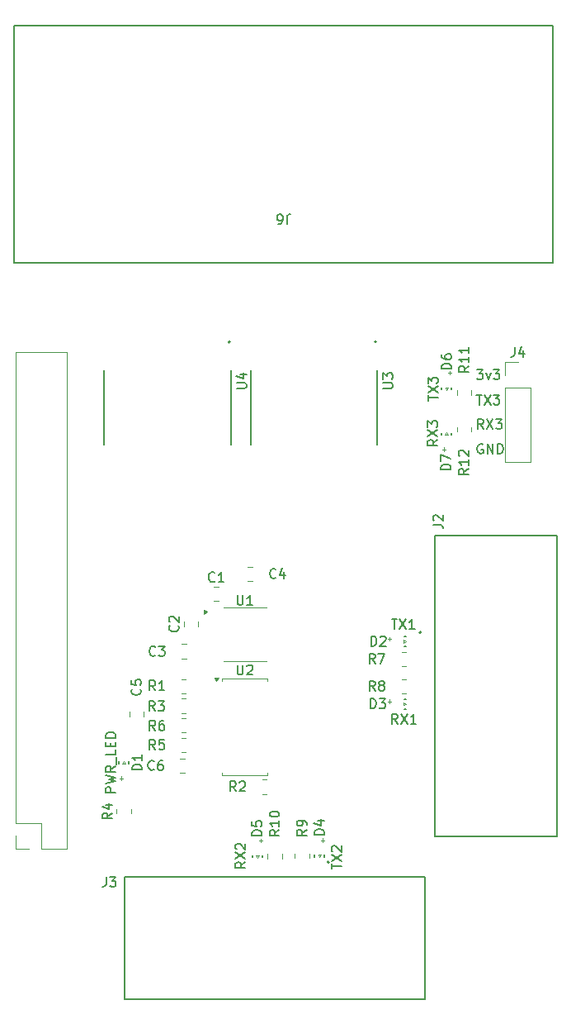
<source format=gbr>
%TF.GenerationSoftware,KiCad,Pcbnew,9.0.0*%
%TF.CreationDate,2025-03-08T15:00:36-07:00*%
%TF.ProjectId,Senior Capstone,53656e69-6f72-4204-9361-7073746f6e65,rev?*%
%TF.SameCoordinates,Original*%
%TF.FileFunction,Legend,Top*%
%TF.FilePolarity,Positive*%
%FSLAX46Y46*%
G04 Gerber Fmt 4.6, Leading zero omitted, Abs format (unit mm)*
G04 Created by KiCad (PCBNEW 9.0.0) date 2025-03-08 15:00:36*
%MOMM*%
%LPD*%
G01*
G04 APERTURE LIST*
%ADD10C,0.150000*%
%ADD11C,0.120000*%
%ADD12C,0.152400*%
%ADD13C,0.200000*%
%ADD14C,0.100000*%
%ADD15C,0.127000*%
G04 APERTURE END LIST*
D10*
X91090588Y-77797438D02*
X90995350Y-77749819D01*
X90995350Y-77749819D02*
X90852493Y-77749819D01*
X90852493Y-77749819D02*
X90709636Y-77797438D01*
X90709636Y-77797438D02*
X90614398Y-77892676D01*
X90614398Y-77892676D02*
X90566779Y-77987914D01*
X90566779Y-77987914D02*
X90519160Y-78178390D01*
X90519160Y-78178390D02*
X90519160Y-78321247D01*
X90519160Y-78321247D02*
X90566779Y-78511723D01*
X90566779Y-78511723D02*
X90614398Y-78606961D01*
X90614398Y-78606961D02*
X90709636Y-78702200D01*
X90709636Y-78702200D02*
X90852493Y-78749819D01*
X90852493Y-78749819D02*
X90947731Y-78749819D01*
X90947731Y-78749819D02*
X91090588Y-78702200D01*
X91090588Y-78702200D02*
X91138207Y-78654580D01*
X91138207Y-78654580D02*
X91138207Y-78321247D01*
X91138207Y-78321247D02*
X90947731Y-78321247D01*
X91566779Y-78749819D02*
X91566779Y-77749819D01*
X91566779Y-77749819D02*
X92138207Y-78749819D01*
X92138207Y-78749819D02*
X92138207Y-77749819D01*
X92614398Y-78749819D02*
X92614398Y-77749819D01*
X92614398Y-77749819D02*
X92852493Y-77749819D01*
X92852493Y-77749819D02*
X92995350Y-77797438D01*
X92995350Y-77797438D02*
X93090588Y-77892676D01*
X93090588Y-77892676D02*
X93138207Y-77987914D01*
X93138207Y-77987914D02*
X93185826Y-78178390D01*
X93185826Y-78178390D02*
X93185826Y-78321247D01*
X93185826Y-78321247D02*
X93138207Y-78511723D01*
X93138207Y-78511723D02*
X93090588Y-78606961D01*
X93090588Y-78606961D02*
X92995350Y-78702200D01*
X92995350Y-78702200D02*
X92852493Y-78749819D01*
X92852493Y-78749819D02*
X92614398Y-78749819D01*
X66719819Y-120591792D02*
X66243628Y-120925125D01*
X66719819Y-121163220D02*
X65719819Y-121163220D01*
X65719819Y-121163220D02*
X65719819Y-120782268D01*
X65719819Y-120782268D02*
X65767438Y-120687030D01*
X65767438Y-120687030D02*
X65815057Y-120639411D01*
X65815057Y-120639411D02*
X65910295Y-120591792D01*
X65910295Y-120591792D02*
X66053152Y-120591792D01*
X66053152Y-120591792D02*
X66148390Y-120639411D01*
X66148390Y-120639411D02*
X66196009Y-120687030D01*
X66196009Y-120687030D02*
X66243628Y-120782268D01*
X66243628Y-120782268D02*
X66243628Y-121163220D01*
X65719819Y-120258458D02*
X66719819Y-119591792D01*
X65719819Y-119591792D02*
X66719819Y-120258458D01*
X65815057Y-119258458D02*
X65767438Y-119210839D01*
X65767438Y-119210839D02*
X65719819Y-119115601D01*
X65719819Y-119115601D02*
X65719819Y-118877506D01*
X65719819Y-118877506D02*
X65767438Y-118782268D01*
X65767438Y-118782268D02*
X65815057Y-118734649D01*
X65815057Y-118734649D02*
X65910295Y-118687030D01*
X65910295Y-118687030D02*
X66005533Y-118687030D01*
X66005533Y-118687030D02*
X66148390Y-118734649D01*
X66148390Y-118734649D02*
X66719819Y-119306077D01*
X66719819Y-119306077D02*
X66719819Y-118687030D01*
X86449819Y-77321792D02*
X85973628Y-77655125D01*
X86449819Y-77893220D02*
X85449819Y-77893220D01*
X85449819Y-77893220D02*
X85449819Y-77512268D01*
X85449819Y-77512268D02*
X85497438Y-77417030D01*
X85497438Y-77417030D02*
X85545057Y-77369411D01*
X85545057Y-77369411D02*
X85640295Y-77321792D01*
X85640295Y-77321792D02*
X85783152Y-77321792D01*
X85783152Y-77321792D02*
X85878390Y-77369411D01*
X85878390Y-77369411D02*
X85926009Y-77417030D01*
X85926009Y-77417030D02*
X85973628Y-77512268D01*
X85973628Y-77512268D02*
X85973628Y-77893220D01*
X85449819Y-76988458D02*
X86449819Y-76321792D01*
X85449819Y-76321792D02*
X86449819Y-76988458D01*
X85449819Y-76036077D02*
X85449819Y-75417030D01*
X85449819Y-75417030D02*
X85830771Y-75750363D01*
X85830771Y-75750363D02*
X85830771Y-75607506D01*
X85830771Y-75607506D02*
X85878390Y-75512268D01*
X85878390Y-75512268D02*
X85926009Y-75464649D01*
X85926009Y-75464649D02*
X86021247Y-75417030D01*
X86021247Y-75417030D02*
X86259342Y-75417030D01*
X86259342Y-75417030D02*
X86354580Y-75464649D01*
X86354580Y-75464649D02*
X86402200Y-75512268D01*
X86402200Y-75512268D02*
X86449819Y-75607506D01*
X86449819Y-75607506D02*
X86449819Y-75893220D01*
X86449819Y-75893220D02*
X86402200Y-75988458D01*
X86402200Y-75988458D02*
X86354580Y-76036077D01*
X75569819Y-121306077D02*
X75569819Y-120734649D01*
X76569819Y-121020363D02*
X75569819Y-121020363D01*
X75569819Y-120496553D02*
X76569819Y-119829887D01*
X75569819Y-119829887D02*
X76569819Y-120496553D01*
X75665057Y-119496553D02*
X75617438Y-119448934D01*
X75617438Y-119448934D02*
X75569819Y-119353696D01*
X75569819Y-119353696D02*
X75569819Y-119115601D01*
X75569819Y-119115601D02*
X75617438Y-119020363D01*
X75617438Y-119020363D02*
X75665057Y-118972744D01*
X75665057Y-118972744D02*
X75760295Y-118925125D01*
X75760295Y-118925125D02*
X75855533Y-118925125D01*
X75855533Y-118925125D02*
X75998390Y-118972744D01*
X75998390Y-118972744D02*
X76569819Y-119544172D01*
X76569819Y-119544172D02*
X76569819Y-118925125D01*
X82358207Y-106419819D02*
X82024874Y-105943628D01*
X81786779Y-106419819D02*
X81786779Y-105419819D01*
X81786779Y-105419819D02*
X82167731Y-105419819D01*
X82167731Y-105419819D02*
X82262969Y-105467438D01*
X82262969Y-105467438D02*
X82310588Y-105515057D01*
X82310588Y-105515057D02*
X82358207Y-105610295D01*
X82358207Y-105610295D02*
X82358207Y-105753152D01*
X82358207Y-105753152D02*
X82310588Y-105848390D01*
X82310588Y-105848390D02*
X82262969Y-105896009D01*
X82262969Y-105896009D02*
X82167731Y-105943628D01*
X82167731Y-105943628D02*
X81786779Y-105943628D01*
X82691541Y-105419819D02*
X83358207Y-106419819D01*
X83358207Y-105419819D02*
X82691541Y-106419819D01*
X84262969Y-106419819D02*
X83691541Y-106419819D01*
X83977255Y-106419819D02*
X83977255Y-105419819D01*
X83977255Y-105419819D02*
X83882017Y-105562676D01*
X83882017Y-105562676D02*
X83786779Y-105657914D01*
X83786779Y-105657914D02*
X83691541Y-105705533D01*
X90471541Y-70129819D02*
X91090588Y-70129819D01*
X91090588Y-70129819D02*
X90757255Y-70510771D01*
X90757255Y-70510771D02*
X90900112Y-70510771D01*
X90900112Y-70510771D02*
X90995350Y-70558390D01*
X90995350Y-70558390D02*
X91042969Y-70606009D01*
X91042969Y-70606009D02*
X91090588Y-70701247D01*
X91090588Y-70701247D02*
X91090588Y-70939342D01*
X91090588Y-70939342D02*
X91042969Y-71034580D01*
X91042969Y-71034580D02*
X90995350Y-71082200D01*
X90995350Y-71082200D02*
X90900112Y-71129819D01*
X90900112Y-71129819D02*
X90614398Y-71129819D01*
X90614398Y-71129819D02*
X90519160Y-71082200D01*
X90519160Y-71082200D02*
X90471541Y-71034580D01*
X91423922Y-70463152D02*
X91662017Y-71129819D01*
X91662017Y-71129819D02*
X91900112Y-70463152D01*
X92185827Y-70129819D02*
X92804874Y-70129819D01*
X92804874Y-70129819D02*
X92471541Y-70510771D01*
X92471541Y-70510771D02*
X92614398Y-70510771D01*
X92614398Y-70510771D02*
X92709636Y-70558390D01*
X92709636Y-70558390D02*
X92757255Y-70606009D01*
X92757255Y-70606009D02*
X92804874Y-70701247D01*
X92804874Y-70701247D02*
X92804874Y-70939342D01*
X92804874Y-70939342D02*
X92757255Y-71034580D01*
X92757255Y-71034580D02*
X92709636Y-71082200D01*
X92709636Y-71082200D02*
X92614398Y-71129819D01*
X92614398Y-71129819D02*
X92328684Y-71129819D01*
X92328684Y-71129819D02*
X92233446Y-71082200D01*
X92233446Y-71082200D02*
X92185827Y-71034580D01*
X91138207Y-76209819D02*
X90804874Y-75733628D01*
X90566779Y-76209819D02*
X90566779Y-75209819D01*
X90566779Y-75209819D02*
X90947731Y-75209819D01*
X90947731Y-75209819D02*
X91042969Y-75257438D01*
X91042969Y-75257438D02*
X91090588Y-75305057D01*
X91090588Y-75305057D02*
X91138207Y-75400295D01*
X91138207Y-75400295D02*
X91138207Y-75543152D01*
X91138207Y-75543152D02*
X91090588Y-75638390D01*
X91090588Y-75638390D02*
X91042969Y-75686009D01*
X91042969Y-75686009D02*
X90947731Y-75733628D01*
X90947731Y-75733628D02*
X90566779Y-75733628D01*
X91471541Y-75209819D02*
X92138207Y-76209819D01*
X92138207Y-75209819D02*
X91471541Y-76209819D01*
X92423922Y-75209819D02*
X93042969Y-75209819D01*
X93042969Y-75209819D02*
X92709636Y-75590771D01*
X92709636Y-75590771D02*
X92852493Y-75590771D01*
X92852493Y-75590771D02*
X92947731Y-75638390D01*
X92947731Y-75638390D02*
X92995350Y-75686009D01*
X92995350Y-75686009D02*
X93042969Y-75781247D01*
X93042969Y-75781247D02*
X93042969Y-76019342D01*
X93042969Y-76019342D02*
X92995350Y-76114580D01*
X92995350Y-76114580D02*
X92947731Y-76162200D01*
X92947731Y-76162200D02*
X92852493Y-76209819D01*
X92852493Y-76209819D02*
X92566779Y-76209819D01*
X92566779Y-76209819D02*
X92471541Y-76162200D01*
X92471541Y-76162200D02*
X92423922Y-76114580D01*
X90423922Y-72736275D02*
X90995350Y-72736275D01*
X90709636Y-73736275D02*
X90709636Y-72736275D01*
X91233446Y-72736275D02*
X91900112Y-73736275D01*
X91900112Y-72736275D02*
X91233446Y-73736275D01*
X92185827Y-72736275D02*
X92804874Y-72736275D01*
X92804874Y-72736275D02*
X92471541Y-73117227D01*
X92471541Y-73117227D02*
X92614398Y-73117227D01*
X92614398Y-73117227D02*
X92709636Y-73164846D01*
X92709636Y-73164846D02*
X92757255Y-73212465D01*
X92757255Y-73212465D02*
X92804874Y-73307703D01*
X92804874Y-73307703D02*
X92804874Y-73545798D01*
X92804874Y-73545798D02*
X92757255Y-73641036D01*
X92757255Y-73641036D02*
X92709636Y-73688656D01*
X92709636Y-73688656D02*
X92614398Y-73736275D01*
X92614398Y-73736275D02*
X92328684Y-73736275D01*
X92328684Y-73736275D02*
X92233446Y-73688656D01*
X92233446Y-73688656D02*
X92185827Y-73641036D01*
X81743922Y-95719819D02*
X82315350Y-95719819D01*
X82029636Y-96719819D02*
X82029636Y-95719819D01*
X82553446Y-95719819D02*
X83220112Y-96719819D01*
X83220112Y-95719819D02*
X82553446Y-96719819D01*
X84124874Y-96719819D02*
X83553446Y-96719819D01*
X83839160Y-96719819D02*
X83839160Y-95719819D01*
X83839160Y-95719819D02*
X83743922Y-95862676D01*
X83743922Y-95862676D02*
X83648684Y-95957914D01*
X83648684Y-95957914D02*
X83553446Y-96005533D01*
X85469819Y-73326077D02*
X85469819Y-72754649D01*
X86469819Y-73040363D02*
X85469819Y-73040363D01*
X85469819Y-72516553D02*
X86469819Y-71849887D01*
X85469819Y-71849887D02*
X86469819Y-72516553D01*
X85469819Y-71564172D02*
X85469819Y-70945125D01*
X85469819Y-70945125D02*
X85850771Y-71278458D01*
X85850771Y-71278458D02*
X85850771Y-71135601D01*
X85850771Y-71135601D02*
X85898390Y-71040363D01*
X85898390Y-71040363D02*
X85946009Y-70992744D01*
X85946009Y-70992744D02*
X86041247Y-70945125D01*
X86041247Y-70945125D02*
X86279342Y-70945125D01*
X86279342Y-70945125D02*
X86374580Y-70992744D01*
X86374580Y-70992744D02*
X86422200Y-71040363D01*
X86422200Y-71040363D02*
X86469819Y-71135601D01*
X86469819Y-71135601D02*
X86469819Y-71421315D01*
X86469819Y-71421315D02*
X86422200Y-71516553D01*
X86422200Y-71516553D02*
X86374580Y-71564172D01*
X70978433Y-55250181D02*
X70978433Y-54535896D01*
X70978433Y-54535896D02*
X71026052Y-54393039D01*
X71026052Y-54393039D02*
X71121290Y-54297801D01*
X71121290Y-54297801D02*
X71264147Y-54250181D01*
X71264147Y-54250181D02*
X71359385Y-54250181D01*
X70073671Y-55250181D02*
X70264147Y-55250181D01*
X70264147Y-55250181D02*
X70359385Y-55202562D01*
X70359385Y-55202562D02*
X70407004Y-55154943D01*
X70407004Y-55154943D02*
X70502242Y-55012086D01*
X70502242Y-55012086D02*
X70549861Y-54821610D01*
X70549861Y-54821610D02*
X70549861Y-54440658D01*
X70549861Y-54440658D02*
X70502242Y-54345420D01*
X70502242Y-54345420D02*
X70454623Y-54297801D01*
X70454623Y-54297801D02*
X70359385Y-54250181D01*
X70359385Y-54250181D02*
X70168909Y-54250181D01*
X70168909Y-54250181D02*
X70073671Y-54297801D01*
X70073671Y-54297801D02*
X70026052Y-54345420D01*
X70026052Y-54345420D02*
X69978433Y-54440658D01*
X69978433Y-54440658D02*
X69978433Y-54678753D01*
X69978433Y-54678753D02*
X70026052Y-54773991D01*
X70026052Y-54773991D02*
X70073671Y-54821610D01*
X70073671Y-54821610D02*
X70168909Y-54869229D01*
X70168909Y-54869229D02*
X70359385Y-54869229D01*
X70359385Y-54869229D02*
X70454623Y-54821610D01*
X70454623Y-54821610D02*
X70502242Y-54773991D01*
X70502242Y-54773991D02*
X70549861Y-54678753D01*
X57358333Y-111084580D02*
X57310714Y-111132200D01*
X57310714Y-111132200D02*
X57167857Y-111179819D01*
X57167857Y-111179819D02*
X57072619Y-111179819D01*
X57072619Y-111179819D02*
X56929762Y-111132200D01*
X56929762Y-111132200D02*
X56834524Y-111036961D01*
X56834524Y-111036961D02*
X56786905Y-110941723D01*
X56786905Y-110941723D02*
X56739286Y-110751247D01*
X56739286Y-110751247D02*
X56739286Y-110608390D01*
X56739286Y-110608390D02*
X56786905Y-110417914D01*
X56786905Y-110417914D02*
X56834524Y-110322676D01*
X56834524Y-110322676D02*
X56929762Y-110227438D01*
X56929762Y-110227438D02*
X57072619Y-110179819D01*
X57072619Y-110179819D02*
X57167857Y-110179819D01*
X57167857Y-110179819D02*
X57310714Y-110227438D01*
X57310714Y-110227438D02*
X57358333Y-110275057D01*
X58215476Y-110179819D02*
X58025000Y-110179819D01*
X58025000Y-110179819D02*
X57929762Y-110227438D01*
X57929762Y-110227438D02*
X57882143Y-110275057D01*
X57882143Y-110275057D02*
X57786905Y-110417914D01*
X57786905Y-110417914D02*
X57739286Y-110608390D01*
X57739286Y-110608390D02*
X57739286Y-110989342D01*
X57739286Y-110989342D02*
X57786905Y-111084580D01*
X57786905Y-111084580D02*
X57834524Y-111132200D01*
X57834524Y-111132200D02*
X57929762Y-111179819D01*
X57929762Y-111179819D02*
X58120238Y-111179819D01*
X58120238Y-111179819D02*
X58215476Y-111132200D01*
X58215476Y-111132200D02*
X58263095Y-111084580D01*
X58263095Y-111084580D02*
X58310714Y-110989342D01*
X58310714Y-110989342D02*
X58310714Y-110751247D01*
X58310714Y-110751247D02*
X58263095Y-110656009D01*
X58263095Y-110656009D02*
X58215476Y-110608390D01*
X58215476Y-110608390D02*
X58120238Y-110560771D01*
X58120238Y-110560771D02*
X57929762Y-110560771D01*
X57929762Y-110560771D02*
X57834524Y-110608390D01*
X57834524Y-110608390D02*
X57786905Y-110656009D01*
X57786905Y-110656009D02*
X57739286Y-110751247D01*
X57483333Y-109054819D02*
X57150000Y-108578628D01*
X56911905Y-109054819D02*
X56911905Y-108054819D01*
X56911905Y-108054819D02*
X57292857Y-108054819D01*
X57292857Y-108054819D02*
X57388095Y-108102438D01*
X57388095Y-108102438D02*
X57435714Y-108150057D01*
X57435714Y-108150057D02*
X57483333Y-108245295D01*
X57483333Y-108245295D02*
X57483333Y-108388152D01*
X57483333Y-108388152D02*
X57435714Y-108483390D01*
X57435714Y-108483390D02*
X57388095Y-108531009D01*
X57388095Y-108531009D02*
X57292857Y-108578628D01*
X57292857Y-108578628D02*
X56911905Y-108578628D01*
X58388095Y-108054819D02*
X57911905Y-108054819D01*
X57911905Y-108054819D02*
X57864286Y-108531009D01*
X57864286Y-108531009D02*
X57911905Y-108483390D01*
X57911905Y-108483390D02*
X58007143Y-108435771D01*
X58007143Y-108435771D02*
X58245238Y-108435771D01*
X58245238Y-108435771D02*
X58340476Y-108483390D01*
X58340476Y-108483390D02*
X58388095Y-108531009D01*
X58388095Y-108531009D02*
X58435714Y-108626247D01*
X58435714Y-108626247D02*
X58435714Y-108864342D01*
X58435714Y-108864342D02*
X58388095Y-108959580D01*
X58388095Y-108959580D02*
X58340476Y-109007200D01*
X58340476Y-109007200D02*
X58245238Y-109054819D01*
X58245238Y-109054819D02*
X58007143Y-109054819D01*
X58007143Y-109054819D02*
X57911905Y-109007200D01*
X57911905Y-109007200D02*
X57864286Y-108959580D01*
X65758333Y-113329819D02*
X65425000Y-112853628D01*
X65186905Y-113329819D02*
X65186905Y-112329819D01*
X65186905Y-112329819D02*
X65567857Y-112329819D01*
X65567857Y-112329819D02*
X65663095Y-112377438D01*
X65663095Y-112377438D02*
X65710714Y-112425057D01*
X65710714Y-112425057D02*
X65758333Y-112520295D01*
X65758333Y-112520295D02*
X65758333Y-112663152D01*
X65758333Y-112663152D02*
X65710714Y-112758390D01*
X65710714Y-112758390D02*
X65663095Y-112806009D01*
X65663095Y-112806009D02*
X65567857Y-112853628D01*
X65567857Y-112853628D02*
X65186905Y-112853628D01*
X66139286Y-112425057D02*
X66186905Y-112377438D01*
X66186905Y-112377438D02*
X66282143Y-112329819D01*
X66282143Y-112329819D02*
X66520238Y-112329819D01*
X66520238Y-112329819D02*
X66615476Y-112377438D01*
X66615476Y-112377438D02*
X66663095Y-112425057D01*
X66663095Y-112425057D02*
X66710714Y-112520295D01*
X66710714Y-112520295D02*
X66710714Y-112615533D01*
X66710714Y-112615533D02*
X66663095Y-112758390D01*
X66663095Y-112758390D02*
X66091667Y-113329819D01*
X66091667Y-113329819D02*
X66710714Y-113329819D01*
X63583333Y-91804580D02*
X63535714Y-91852200D01*
X63535714Y-91852200D02*
X63392857Y-91899819D01*
X63392857Y-91899819D02*
X63297619Y-91899819D01*
X63297619Y-91899819D02*
X63154762Y-91852200D01*
X63154762Y-91852200D02*
X63059524Y-91756961D01*
X63059524Y-91756961D02*
X63011905Y-91661723D01*
X63011905Y-91661723D02*
X62964286Y-91471247D01*
X62964286Y-91471247D02*
X62964286Y-91328390D01*
X62964286Y-91328390D02*
X63011905Y-91137914D01*
X63011905Y-91137914D02*
X63059524Y-91042676D01*
X63059524Y-91042676D02*
X63154762Y-90947438D01*
X63154762Y-90947438D02*
X63297619Y-90899819D01*
X63297619Y-90899819D02*
X63392857Y-90899819D01*
X63392857Y-90899819D02*
X63535714Y-90947438D01*
X63535714Y-90947438D02*
X63583333Y-90995057D01*
X64535714Y-91899819D02*
X63964286Y-91899819D01*
X64250000Y-91899819D02*
X64250000Y-90899819D01*
X64250000Y-90899819D02*
X64154762Y-91042676D01*
X64154762Y-91042676D02*
X64059524Y-91137914D01*
X64059524Y-91137914D02*
X63964286Y-91185533D01*
X57433333Y-105104819D02*
X57100000Y-104628628D01*
X56861905Y-105104819D02*
X56861905Y-104104819D01*
X56861905Y-104104819D02*
X57242857Y-104104819D01*
X57242857Y-104104819D02*
X57338095Y-104152438D01*
X57338095Y-104152438D02*
X57385714Y-104200057D01*
X57385714Y-104200057D02*
X57433333Y-104295295D01*
X57433333Y-104295295D02*
X57433333Y-104438152D01*
X57433333Y-104438152D02*
X57385714Y-104533390D01*
X57385714Y-104533390D02*
X57338095Y-104581009D01*
X57338095Y-104581009D02*
X57242857Y-104628628D01*
X57242857Y-104628628D02*
X56861905Y-104628628D01*
X57766667Y-104104819D02*
X58385714Y-104104819D01*
X58385714Y-104104819D02*
X58052381Y-104485771D01*
X58052381Y-104485771D02*
X58195238Y-104485771D01*
X58195238Y-104485771D02*
X58290476Y-104533390D01*
X58290476Y-104533390D02*
X58338095Y-104581009D01*
X58338095Y-104581009D02*
X58385714Y-104676247D01*
X58385714Y-104676247D02*
X58385714Y-104914342D01*
X58385714Y-104914342D02*
X58338095Y-105009580D01*
X58338095Y-105009580D02*
X58290476Y-105057200D01*
X58290476Y-105057200D02*
X58195238Y-105104819D01*
X58195238Y-105104819D02*
X57909524Y-105104819D01*
X57909524Y-105104819D02*
X57814286Y-105057200D01*
X57814286Y-105057200D02*
X57766667Y-105009580D01*
X65900595Y-100404819D02*
X65900595Y-101214342D01*
X65900595Y-101214342D02*
X65948214Y-101309580D01*
X65948214Y-101309580D02*
X65995833Y-101357200D01*
X65995833Y-101357200D02*
X66091071Y-101404819D01*
X66091071Y-101404819D02*
X66281547Y-101404819D01*
X66281547Y-101404819D02*
X66376785Y-101357200D01*
X66376785Y-101357200D02*
X66424404Y-101309580D01*
X66424404Y-101309580D02*
X66472023Y-101214342D01*
X66472023Y-101214342D02*
X66472023Y-100404819D01*
X66900595Y-100500057D02*
X66948214Y-100452438D01*
X66948214Y-100452438D02*
X67043452Y-100404819D01*
X67043452Y-100404819D02*
X67281547Y-100404819D01*
X67281547Y-100404819D02*
X67376785Y-100452438D01*
X67376785Y-100452438D02*
X67424404Y-100500057D01*
X67424404Y-100500057D02*
X67472023Y-100595295D01*
X67472023Y-100595295D02*
X67472023Y-100690533D01*
X67472023Y-100690533D02*
X67424404Y-100833390D01*
X67424404Y-100833390D02*
X66852976Y-101404819D01*
X66852976Y-101404819D02*
X67472023Y-101404819D01*
X69858333Y-91434580D02*
X69810714Y-91482200D01*
X69810714Y-91482200D02*
X69667857Y-91529819D01*
X69667857Y-91529819D02*
X69572619Y-91529819D01*
X69572619Y-91529819D02*
X69429762Y-91482200D01*
X69429762Y-91482200D02*
X69334524Y-91386961D01*
X69334524Y-91386961D02*
X69286905Y-91291723D01*
X69286905Y-91291723D02*
X69239286Y-91101247D01*
X69239286Y-91101247D02*
X69239286Y-90958390D01*
X69239286Y-90958390D02*
X69286905Y-90767914D01*
X69286905Y-90767914D02*
X69334524Y-90672676D01*
X69334524Y-90672676D02*
X69429762Y-90577438D01*
X69429762Y-90577438D02*
X69572619Y-90529819D01*
X69572619Y-90529819D02*
X69667857Y-90529819D01*
X69667857Y-90529819D02*
X69810714Y-90577438D01*
X69810714Y-90577438D02*
X69858333Y-90625057D01*
X70715476Y-90863152D02*
X70715476Y-91529819D01*
X70477381Y-90482200D02*
X70239286Y-91196485D01*
X70239286Y-91196485D02*
X70858333Y-91196485D01*
X57495833Y-99384580D02*
X57448214Y-99432200D01*
X57448214Y-99432200D02*
X57305357Y-99479819D01*
X57305357Y-99479819D02*
X57210119Y-99479819D01*
X57210119Y-99479819D02*
X57067262Y-99432200D01*
X57067262Y-99432200D02*
X56972024Y-99336961D01*
X56972024Y-99336961D02*
X56924405Y-99241723D01*
X56924405Y-99241723D02*
X56876786Y-99051247D01*
X56876786Y-99051247D02*
X56876786Y-98908390D01*
X56876786Y-98908390D02*
X56924405Y-98717914D01*
X56924405Y-98717914D02*
X56972024Y-98622676D01*
X56972024Y-98622676D02*
X57067262Y-98527438D01*
X57067262Y-98527438D02*
X57210119Y-98479819D01*
X57210119Y-98479819D02*
X57305357Y-98479819D01*
X57305357Y-98479819D02*
X57448214Y-98527438D01*
X57448214Y-98527438D02*
X57495833Y-98575057D01*
X57829167Y-98479819D02*
X58448214Y-98479819D01*
X58448214Y-98479819D02*
X58114881Y-98860771D01*
X58114881Y-98860771D02*
X58257738Y-98860771D01*
X58257738Y-98860771D02*
X58352976Y-98908390D01*
X58352976Y-98908390D02*
X58400595Y-98956009D01*
X58400595Y-98956009D02*
X58448214Y-99051247D01*
X58448214Y-99051247D02*
X58448214Y-99289342D01*
X58448214Y-99289342D02*
X58400595Y-99384580D01*
X58400595Y-99384580D02*
X58352976Y-99432200D01*
X58352976Y-99432200D02*
X58257738Y-99479819D01*
X58257738Y-99479819D02*
X57972024Y-99479819D01*
X57972024Y-99479819D02*
X57876786Y-99432200D01*
X57876786Y-99432200D02*
X57829167Y-99384580D01*
X74804819Y-117788094D02*
X73804819Y-117788094D01*
X73804819Y-117788094D02*
X73804819Y-117549999D01*
X73804819Y-117549999D02*
X73852438Y-117407142D01*
X73852438Y-117407142D02*
X73947676Y-117311904D01*
X73947676Y-117311904D02*
X74042914Y-117264285D01*
X74042914Y-117264285D02*
X74233390Y-117216666D01*
X74233390Y-117216666D02*
X74376247Y-117216666D01*
X74376247Y-117216666D02*
X74566723Y-117264285D01*
X74566723Y-117264285D02*
X74661961Y-117311904D01*
X74661961Y-117311904D02*
X74757200Y-117407142D01*
X74757200Y-117407142D02*
X74804819Y-117549999D01*
X74804819Y-117549999D02*
X74804819Y-117788094D01*
X74138152Y-116359523D02*
X74804819Y-116359523D01*
X73757200Y-116597618D02*
X74471485Y-116835713D01*
X74471485Y-116835713D02*
X74471485Y-116216666D01*
D11*
X74682960Y-118532857D02*
X74682960Y-118167143D01*
X74865817Y-118350000D02*
X74500102Y-118350000D01*
D10*
X85990819Y-86035333D02*
X86705104Y-86035333D01*
X86705104Y-86035333D02*
X86847961Y-86082952D01*
X86847961Y-86082952D02*
X86943200Y-86178190D01*
X86943200Y-86178190D02*
X86990819Y-86321047D01*
X86990819Y-86321047D02*
X86990819Y-86416285D01*
X86086057Y-85606761D02*
X86038438Y-85559142D01*
X86038438Y-85559142D02*
X85990819Y-85463904D01*
X85990819Y-85463904D02*
X85990819Y-85225809D01*
X85990819Y-85225809D02*
X86038438Y-85130571D01*
X86038438Y-85130571D02*
X86086057Y-85082952D01*
X86086057Y-85082952D02*
X86181295Y-85035333D01*
X86181295Y-85035333D02*
X86276533Y-85035333D01*
X86276533Y-85035333D02*
X86419390Y-85082952D01*
X86419390Y-85082952D02*
X86990819Y-85654380D01*
X86990819Y-85654380D02*
X86990819Y-85035333D01*
X94366666Y-67824819D02*
X94366666Y-68539104D01*
X94366666Y-68539104D02*
X94319047Y-68681961D01*
X94319047Y-68681961D02*
X94223809Y-68777200D01*
X94223809Y-68777200D02*
X94080952Y-68824819D01*
X94080952Y-68824819D02*
X93985714Y-68824819D01*
X95271428Y-68158152D02*
X95271428Y-68824819D01*
X95033333Y-67777200D02*
X94795238Y-68491485D01*
X94795238Y-68491485D02*
X95414285Y-68491485D01*
X53054819Y-115566666D02*
X52578628Y-115899999D01*
X53054819Y-116138094D02*
X52054819Y-116138094D01*
X52054819Y-116138094D02*
X52054819Y-115757142D01*
X52054819Y-115757142D02*
X52102438Y-115661904D01*
X52102438Y-115661904D02*
X52150057Y-115614285D01*
X52150057Y-115614285D02*
X52245295Y-115566666D01*
X52245295Y-115566666D02*
X52388152Y-115566666D01*
X52388152Y-115566666D02*
X52483390Y-115614285D01*
X52483390Y-115614285D02*
X52531009Y-115661904D01*
X52531009Y-115661904D02*
X52578628Y-115757142D01*
X52578628Y-115757142D02*
X52578628Y-116138094D01*
X52388152Y-114709523D02*
X53054819Y-114709523D01*
X52007200Y-114947618D02*
X52721485Y-115185713D01*
X52721485Y-115185713D02*
X52721485Y-114566666D01*
X52432416Y-122130819D02*
X52432416Y-122845104D01*
X52432416Y-122845104D02*
X52384797Y-122987961D01*
X52384797Y-122987961D02*
X52289559Y-123083200D01*
X52289559Y-123083200D02*
X52146702Y-123130819D01*
X52146702Y-123130819D02*
X52051464Y-123130819D01*
X52813369Y-122130819D02*
X53432416Y-122130819D01*
X53432416Y-122130819D02*
X53099083Y-122511771D01*
X53099083Y-122511771D02*
X53241940Y-122511771D01*
X53241940Y-122511771D02*
X53337178Y-122559390D01*
X53337178Y-122559390D02*
X53384797Y-122607009D01*
X53384797Y-122607009D02*
X53432416Y-122702247D01*
X53432416Y-122702247D02*
X53432416Y-122940342D01*
X53432416Y-122940342D02*
X53384797Y-123035580D01*
X53384797Y-123035580D02*
X53337178Y-123083200D01*
X53337178Y-123083200D02*
X53241940Y-123130819D01*
X53241940Y-123130819D02*
X52956226Y-123130819D01*
X52956226Y-123130819D02*
X52860988Y-123083200D01*
X52860988Y-123083200D02*
X52813369Y-123035580D01*
X87794819Y-80408094D02*
X86794819Y-80408094D01*
X86794819Y-80408094D02*
X86794819Y-80169999D01*
X86794819Y-80169999D02*
X86842438Y-80027142D01*
X86842438Y-80027142D02*
X86937676Y-79931904D01*
X86937676Y-79931904D02*
X87032914Y-79884285D01*
X87032914Y-79884285D02*
X87223390Y-79836666D01*
X87223390Y-79836666D02*
X87366247Y-79836666D01*
X87366247Y-79836666D02*
X87556723Y-79884285D01*
X87556723Y-79884285D02*
X87651961Y-79931904D01*
X87651961Y-79931904D02*
X87747200Y-80027142D01*
X87747200Y-80027142D02*
X87794819Y-80169999D01*
X87794819Y-80169999D02*
X87794819Y-80408094D01*
X86794819Y-79503332D02*
X86794819Y-78836666D01*
X86794819Y-78836666D02*
X87794819Y-79265237D01*
D11*
X87102960Y-78492857D02*
X87102960Y-78127143D01*
X87285817Y-78310000D02*
X86920102Y-78310000D01*
D10*
X65900595Y-93254819D02*
X65900595Y-94064342D01*
X65900595Y-94064342D02*
X65948214Y-94159580D01*
X65948214Y-94159580D02*
X65995833Y-94207200D01*
X65995833Y-94207200D02*
X66091071Y-94254819D01*
X66091071Y-94254819D02*
X66281547Y-94254819D01*
X66281547Y-94254819D02*
X66376785Y-94207200D01*
X66376785Y-94207200D02*
X66424404Y-94159580D01*
X66424404Y-94159580D02*
X66472023Y-94064342D01*
X66472023Y-94064342D02*
X66472023Y-93254819D01*
X67472023Y-94254819D02*
X66900595Y-94254819D01*
X67186309Y-94254819D02*
X67186309Y-93254819D01*
X67186309Y-93254819D02*
X67091071Y-93397676D01*
X67091071Y-93397676D02*
X66995833Y-93492914D01*
X66995833Y-93492914D02*
X66900595Y-93540533D01*
X79611905Y-98454819D02*
X79611905Y-97454819D01*
X79611905Y-97454819D02*
X79850000Y-97454819D01*
X79850000Y-97454819D02*
X79992857Y-97502438D01*
X79992857Y-97502438D02*
X80088095Y-97597676D01*
X80088095Y-97597676D02*
X80135714Y-97692914D01*
X80135714Y-97692914D02*
X80183333Y-97883390D01*
X80183333Y-97883390D02*
X80183333Y-98026247D01*
X80183333Y-98026247D02*
X80135714Y-98216723D01*
X80135714Y-98216723D02*
X80088095Y-98311961D01*
X80088095Y-98311961D02*
X79992857Y-98407200D01*
X79992857Y-98407200D02*
X79850000Y-98454819D01*
X79850000Y-98454819D02*
X79611905Y-98454819D01*
X80564286Y-97550057D02*
X80611905Y-97502438D01*
X80611905Y-97502438D02*
X80707143Y-97454819D01*
X80707143Y-97454819D02*
X80945238Y-97454819D01*
X80945238Y-97454819D02*
X81040476Y-97502438D01*
X81040476Y-97502438D02*
X81088095Y-97550057D01*
X81088095Y-97550057D02*
X81135714Y-97645295D01*
X81135714Y-97645295D02*
X81135714Y-97740533D01*
X81135714Y-97740533D02*
X81088095Y-97883390D01*
X81088095Y-97883390D02*
X80516667Y-98454819D01*
X80516667Y-98454819D02*
X81135714Y-98454819D01*
D11*
X81317142Y-97732960D02*
X81682857Y-97732960D01*
X81499999Y-97915817D02*
X81499999Y-97550102D01*
D10*
X80839819Y-72076904D02*
X81649342Y-72076904D01*
X81649342Y-72076904D02*
X81744580Y-72029285D01*
X81744580Y-72029285D02*
X81792200Y-71981666D01*
X81792200Y-71981666D02*
X81839819Y-71886428D01*
X81839819Y-71886428D02*
X81839819Y-71695952D01*
X81839819Y-71695952D02*
X81792200Y-71600714D01*
X81792200Y-71600714D02*
X81744580Y-71553095D01*
X81744580Y-71553095D02*
X81649342Y-71505476D01*
X81649342Y-71505476D02*
X80839819Y-71505476D01*
X80839819Y-71124523D02*
X80839819Y-70505476D01*
X80839819Y-70505476D02*
X81220771Y-70838809D01*
X81220771Y-70838809D02*
X81220771Y-70695952D01*
X81220771Y-70695952D02*
X81268390Y-70600714D01*
X81268390Y-70600714D02*
X81316009Y-70553095D01*
X81316009Y-70553095D02*
X81411247Y-70505476D01*
X81411247Y-70505476D02*
X81649342Y-70505476D01*
X81649342Y-70505476D02*
X81744580Y-70553095D01*
X81744580Y-70553095D02*
X81792200Y-70600714D01*
X81792200Y-70600714D02*
X81839819Y-70695952D01*
X81839819Y-70695952D02*
X81839819Y-70981666D01*
X81839819Y-70981666D02*
X81792200Y-71076904D01*
X81792200Y-71076904D02*
X81744580Y-71124523D01*
X89614819Y-80312857D02*
X89138628Y-80646190D01*
X89614819Y-80884285D02*
X88614819Y-80884285D01*
X88614819Y-80884285D02*
X88614819Y-80503333D01*
X88614819Y-80503333D02*
X88662438Y-80408095D01*
X88662438Y-80408095D02*
X88710057Y-80360476D01*
X88710057Y-80360476D02*
X88805295Y-80312857D01*
X88805295Y-80312857D02*
X88948152Y-80312857D01*
X88948152Y-80312857D02*
X89043390Y-80360476D01*
X89043390Y-80360476D02*
X89091009Y-80408095D01*
X89091009Y-80408095D02*
X89138628Y-80503333D01*
X89138628Y-80503333D02*
X89138628Y-80884285D01*
X89614819Y-79360476D02*
X89614819Y-79931904D01*
X89614819Y-79646190D02*
X88614819Y-79646190D01*
X88614819Y-79646190D02*
X88757676Y-79741428D01*
X88757676Y-79741428D02*
X88852914Y-79836666D01*
X88852914Y-79836666D02*
X88900533Y-79931904D01*
X88710057Y-78979523D02*
X88662438Y-78931904D01*
X88662438Y-78931904D02*
X88614819Y-78836666D01*
X88614819Y-78836666D02*
X88614819Y-78598571D01*
X88614819Y-78598571D02*
X88662438Y-78503333D01*
X88662438Y-78503333D02*
X88710057Y-78455714D01*
X88710057Y-78455714D02*
X88805295Y-78408095D01*
X88805295Y-78408095D02*
X88900533Y-78408095D01*
X88900533Y-78408095D02*
X89043390Y-78455714D01*
X89043390Y-78455714D02*
X89614819Y-79027142D01*
X89614819Y-79027142D02*
X89614819Y-78408095D01*
X65839819Y-72076904D02*
X66649342Y-72076904D01*
X66649342Y-72076904D02*
X66744580Y-72029285D01*
X66744580Y-72029285D02*
X66792200Y-71981666D01*
X66792200Y-71981666D02*
X66839819Y-71886428D01*
X66839819Y-71886428D02*
X66839819Y-71695952D01*
X66839819Y-71695952D02*
X66792200Y-71600714D01*
X66792200Y-71600714D02*
X66744580Y-71553095D01*
X66744580Y-71553095D02*
X66649342Y-71505476D01*
X66649342Y-71505476D02*
X65839819Y-71505476D01*
X66173152Y-70600714D02*
X66839819Y-70600714D01*
X65792200Y-70838809D02*
X66506485Y-71076904D01*
X66506485Y-71076904D02*
X66506485Y-70457857D01*
X68404819Y-117888094D02*
X67404819Y-117888094D01*
X67404819Y-117888094D02*
X67404819Y-117649999D01*
X67404819Y-117649999D02*
X67452438Y-117507142D01*
X67452438Y-117507142D02*
X67547676Y-117411904D01*
X67547676Y-117411904D02*
X67642914Y-117364285D01*
X67642914Y-117364285D02*
X67833390Y-117316666D01*
X67833390Y-117316666D02*
X67976247Y-117316666D01*
X67976247Y-117316666D02*
X68166723Y-117364285D01*
X68166723Y-117364285D02*
X68261961Y-117411904D01*
X68261961Y-117411904D02*
X68357200Y-117507142D01*
X68357200Y-117507142D02*
X68404819Y-117649999D01*
X68404819Y-117649999D02*
X68404819Y-117888094D01*
X67404819Y-116411904D02*
X67404819Y-116888094D01*
X67404819Y-116888094D02*
X67881009Y-116935713D01*
X67881009Y-116935713D02*
X67833390Y-116888094D01*
X67833390Y-116888094D02*
X67785771Y-116792856D01*
X67785771Y-116792856D02*
X67785771Y-116554761D01*
X67785771Y-116554761D02*
X67833390Y-116459523D01*
X67833390Y-116459523D02*
X67881009Y-116411904D01*
X67881009Y-116411904D02*
X67976247Y-116364285D01*
X67976247Y-116364285D02*
X68214342Y-116364285D01*
X68214342Y-116364285D02*
X68309580Y-116411904D01*
X68309580Y-116411904D02*
X68357200Y-116459523D01*
X68357200Y-116459523D02*
X68404819Y-116554761D01*
X68404819Y-116554761D02*
X68404819Y-116792856D01*
X68404819Y-116792856D02*
X68357200Y-116888094D01*
X68357200Y-116888094D02*
X68309580Y-116935713D01*
D11*
X68282960Y-118582857D02*
X68282960Y-118217143D01*
X68465817Y-118400000D02*
X68100102Y-118400000D01*
D10*
X57483333Y-107104819D02*
X57150000Y-106628628D01*
X56911905Y-107104819D02*
X56911905Y-106104819D01*
X56911905Y-106104819D02*
X57292857Y-106104819D01*
X57292857Y-106104819D02*
X57388095Y-106152438D01*
X57388095Y-106152438D02*
X57435714Y-106200057D01*
X57435714Y-106200057D02*
X57483333Y-106295295D01*
X57483333Y-106295295D02*
X57483333Y-106438152D01*
X57483333Y-106438152D02*
X57435714Y-106533390D01*
X57435714Y-106533390D02*
X57388095Y-106581009D01*
X57388095Y-106581009D02*
X57292857Y-106628628D01*
X57292857Y-106628628D02*
X56911905Y-106628628D01*
X58340476Y-106104819D02*
X58150000Y-106104819D01*
X58150000Y-106104819D02*
X58054762Y-106152438D01*
X58054762Y-106152438D02*
X58007143Y-106200057D01*
X58007143Y-106200057D02*
X57911905Y-106342914D01*
X57911905Y-106342914D02*
X57864286Y-106533390D01*
X57864286Y-106533390D02*
X57864286Y-106914342D01*
X57864286Y-106914342D02*
X57911905Y-107009580D01*
X57911905Y-107009580D02*
X57959524Y-107057200D01*
X57959524Y-107057200D02*
X58054762Y-107104819D01*
X58054762Y-107104819D02*
X58245238Y-107104819D01*
X58245238Y-107104819D02*
X58340476Y-107057200D01*
X58340476Y-107057200D02*
X58388095Y-107009580D01*
X58388095Y-107009580D02*
X58435714Y-106914342D01*
X58435714Y-106914342D02*
X58435714Y-106676247D01*
X58435714Y-106676247D02*
X58388095Y-106581009D01*
X58388095Y-106581009D02*
X58340476Y-106533390D01*
X58340476Y-106533390D02*
X58245238Y-106485771D01*
X58245238Y-106485771D02*
X58054762Y-106485771D01*
X58054762Y-106485771D02*
X57959524Y-106533390D01*
X57959524Y-106533390D02*
X57911905Y-106581009D01*
X57911905Y-106581009D02*
X57864286Y-106676247D01*
X70204819Y-117292857D02*
X69728628Y-117626190D01*
X70204819Y-117864285D02*
X69204819Y-117864285D01*
X69204819Y-117864285D02*
X69204819Y-117483333D01*
X69204819Y-117483333D02*
X69252438Y-117388095D01*
X69252438Y-117388095D02*
X69300057Y-117340476D01*
X69300057Y-117340476D02*
X69395295Y-117292857D01*
X69395295Y-117292857D02*
X69538152Y-117292857D01*
X69538152Y-117292857D02*
X69633390Y-117340476D01*
X69633390Y-117340476D02*
X69681009Y-117388095D01*
X69681009Y-117388095D02*
X69728628Y-117483333D01*
X69728628Y-117483333D02*
X69728628Y-117864285D01*
X70204819Y-116340476D02*
X70204819Y-116911904D01*
X70204819Y-116626190D02*
X69204819Y-116626190D01*
X69204819Y-116626190D02*
X69347676Y-116721428D01*
X69347676Y-116721428D02*
X69442914Y-116816666D01*
X69442914Y-116816666D02*
X69490533Y-116911904D01*
X69204819Y-115721428D02*
X69204819Y-115626190D01*
X69204819Y-115626190D02*
X69252438Y-115530952D01*
X69252438Y-115530952D02*
X69300057Y-115483333D01*
X69300057Y-115483333D02*
X69395295Y-115435714D01*
X69395295Y-115435714D02*
X69585771Y-115388095D01*
X69585771Y-115388095D02*
X69823866Y-115388095D01*
X69823866Y-115388095D02*
X70014342Y-115435714D01*
X70014342Y-115435714D02*
X70109580Y-115483333D01*
X70109580Y-115483333D02*
X70157200Y-115530952D01*
X70157200Y-115530952D02*
X70204819Y-115626190D01*
X70204819Y-115626190D02*
X70204819Y-115721428D01*
X70204819Y-115721428D02*
X70157200Y-115816666D01*
X70157200Y-115816666D02*
X70109580Y-115864285D01*
X70109580Y-115864285D02*
X70014342Y-115911904D01*
X70014342Y-115911904D02*
X69823866Y-115959523D01*
X69823866Y-115959523D02*
X69585771Y-115959523D01*
X69585771Y-115959523D02*
X69395295Y-115911904D01*
X69395295Y-115911904D02*
X69300057Y-115864285D01*
X69300057Y-115864285D02*
X69252438Y-115816666D01*
X69252438Y-115816666D02*
X69204819Y-115721428D01*
X56111219Y-111138094D02*
X55111219Y-111138094D01*
X55111219Y-111138094D02*
X55111219Y-110899999D01*
X55111219Y-110899999D02*
X55158838Y-110757142D01*
X55158838Y-110757142D02*
X55254076Y-110661904D01*
X55254076Y-110661904D02*
X55349314Y-110614285D01*
X55349314Y-110614285D02*
X55539790Y-110566666D01*
X55539790Y-110566666D02*
X55682647Y-110566666D01*
X55682647Y-110566666D02*
X55873123Y-110614285D01*
X55873123Y-110614285D02*
X55968361Y-110661904D01*
X55968361Y-110661904D02*
X56063600Y-110757142D01*
X56063600Y-110757142D02*
X56111219Y-110899999D01*
X56111219Y-110899999D02*
X56111219Y-111138094D01*
X56111219Y-109614285D02*
X56111219Y-110185713D01*
X56111219Y-109899999D02*
X55111219Y-109899999D01*
X55111219Y-109899999D02*
X55254076Y-109995237D01*
X55254076Y-109995237D02*
X55349314Y-110090475D01*
X55349314Y-110090475D02*
X55396933Y-110185713D01*
X53411219Y-113471428D02*
X52411219Y-113471428D01*
X52411219Y-113471428D02*
X52411219Y-113090476D01*
X52411219Y-113090476D02*
X52458838Y-112995238D01*
X52458838Y-112995238D02*
X52506457Y-112947619D01*
X52506457Y-112947619D02*
X52601695Y-112900000D01*
X52601695Y-112900000D02*
X52744552Y-112900000D01*
X52744552Y-112900000D02*
X52839790Y-112947619D01*
X52839790Y-112947619D02*
X52887409Y-112995238D01*
X52887409Y-112995238D02*
X52935028Y-113090476D01*
X52935028Y-113090476D02*
X52935028Y-113471428D01*
X52411219Y-112566666D02*
X53411219Y-112328571D01*
X53411219Y-112328571D02*
X52696933Y-112138095D01*
X52696933Y-112138095D02*
X53411219Y-111947619D01*
X53411219Y-111947619D02*
X52411219Y-111709524D01*
X53411219Y-110757143D02*
X52935028Y-111090476D01*
X53411219Y-111328571D02*
X52411219Y-111328571D01*
X52411219Y-111328571D02*
X52411219Y-110947619D01*
X52411219Y-110947619D02*
X52458838Y-110852381D01*
X52458838Y-110852381D02*
X52506457Y-110804762D01*
X52506457Y-110804762D02*
X52601695Y-110757143D01*
X52601695Y-110757143D02*
X52744552Y-110757143D01*
X52744552Y-110757143D02*
X52839790Y-110804762D01*
X52839790Y-110804762D02*
X52887409Y-110852381D01*
X52887409Y-110852381D02*
X52935028Y-110947619D01*
X52935028Y-110947619D02*
X52935028Y-111328571D01*
X53506457Y-110566667D02*
X53506457Y-109804762D01*
X53411219Y-109090476D02*
X53411219Y-109566666D01*
X53411219Y-109566666D02*
X52411219Y-109566666D01*
X52887409Y-108757142D02*
X52887409Y-108423809D01*
X53411219Y-108280952D02*
X53411219Y-108757142D01*
X53411219Y-108757142D02*
X52411219Y-108757142D01*
X52411219Y-108757142D02*
X52411219Y-108280952D01*
X53411219Y-107852380D02*
X52411219Y-107852380D01*
X52411219Y-107852380D02*
X52411219Y-107614285D01*
X52411219Y-107614285D02*
X52458838Y-107471428D01*
X52458838Y-107471428D02*
X52554076Y-107376190D01*
X52554076Y-107376190D02*
X52649314Y-107328571D01*
X52649314Y-107328571D02*
X52839790Y-107280952D01*
X52839790Y-107280952D02*
X52982647Y-107280952D01*
X52982647Y-107280952D02*
X53173123Y-107328571D01*
X53173123Y-107328571D02*
X53268361Y-107376190D01*
X53268361Y-107376190D02*
X53363600Y-107471428D01*
X53363600Y-107471428D02*
X53411219Y-107614285D01*
X53411219Y-107614285D02*
X53411219Y-107852380D01*
D11*
X53982960Y-112182857D02*
X53982960Y-111817143D01*
X54165817Y-112000000D02*
X53800102Y-112000000D01*
D10*
X80033333Y-100254819D02*
X79700000Y-99778628D01*
X79461905Y-100254819D02*
X79461905Y-99254819D01*
X79461905Y-99254819D02*
X79842857Y-99254819D01*
X79842857Y-99254819D02*
X79938095Y-99302438D01*
X79938095Y-99302438D02*
X79985714Y-99350057D01*
X79985714Y-99350057D02*
X80033333Y-99445295D01*
X80033333Y-99445295D02*
X80033333Y-99588152D01*
X80033333Y-99588152D02*
X79985714Y-99683390D01*
X79985714Y-99683390D02*
X79938095Y-99731009D01*
X79938095Y-99731009D02*
X79842857Y-99778628D01*
X79842857Y-99778628D02*
X79461905Y-99778628D01*
X80366667Y-99254819D02*
X81033333Y-99254819D01*
X81033333Y-99254819D02*
X80604762Y-100254819D01*
X79561905Y-104854819D02*
X79561905Y-103854819D01*
X79561905Y-103854819D02*
X79800000Y-103854819D01*
X79800000Y-103854819D02*
X79942857Y-103902438D01*
X79942857Y-103902438D02*
X80038095Y-103997676D01*
X80038095Y-103997676D02*
X80085714Y-104092914D01*
X80085714Y-104092914D02*
X80133333Y-104283390D01*
X80133333Y-104283390D02*
X80133333Y-104426247D01*
X80133333Y-104426247D02*
X80085714Y-104616723D01*
X80085714Y-104616723D02*
X80038095Y-104711961D01*
X80038095Y-104711961D02*
X79942857Y-104807200D01*
X79942857Y-104807200D02*
X79800000Y-104854819D01*
X79800000Y-104854819D02*
X79561905Y-104854819D01*
X80466667Y-103854819D02*
X81085714Y-103854819D01*
X81085714Y-103854819D02*
X80752381Y-104235771D01*
X80752381Y-104235771D02*
X80895238Y-104235771D01*
X80895238Y-104235771D02*
X80990476Y-104283390D01*
X80990476Y-104283390D02*
X81038095Y-104331009D01*
X81038095Y-104331009D02*
X81085714Y-104426247D01*
X81085714Y-104426247D02*
X81085714Y-104664342D01*
X81085714Y-104664342D02*
X81038095Y-104759580D01*
X81038095Y-104759580D02*
X80990476Y-104807200D01*
X80990476Y-104807200D02*
X80895238Y-104854819D01*
X80895238Y-104854819D02*
X80609524Y-104854819D01*
X80609524Y-104854819D02*
X80514286Y-104807200D01*
X80514286Y-104807200D02*
X80466667Y-104759580D01*
D11*
X81317142Y-104132960D02*
X81682857Y-104132960D01*
X81499999Y-104315817D02*
X81499999Y-103950102D01*
D10*
X80033333Y-103054819D02*
X79700000Y-102578628D01*
X79461905Y-103054819D02*
X79461905Y-102054819D01*
X79461905Y-102054819D02*
X79842857Y-102054819D01*
X79842857Y-102054819D02*
X79938095Y-102102438D01*
X79938095Y-102102438D02*
X79985714Y-102150057D01*
X79985714Y-102150057D02*
X80033333Y-102245295D01*
X80033333Y-102245295D02*
X80033333Y-102388152D01*
X80033333Y-102388152D02*
X79985714Y-102483390D01*
X79985714Y-102483390D02*
X79938095Y-102531009D01*
X79938095Y-102531009D02*
X79842857Y-102578628D01*
X79842857Y-102578628D02*
X79461905Y-102578628D01*
X80604762Y-102483390D02*
X80509524Y-102435771D01*
X80509524Y-102435771D02*
X80461905Y-102388152D01*
X80461905Y-102388152D02*
X80414286Y-102292914D01*
X80414286Y-102292914D02*
X80414286Y-102245295D01*
X80414286Y-102245295D02*
X80461905Y-102150057D01*
X80461905Y-102150057D02*
X80509524Y-102102438D01*
X80509524Y-102102438D02*
X80604762Y-102054819D01*
X80604762Y-102054819D02*
X80795238Y-102054819D01*
X80795238Y-102054819D02*
X80890476Y-102102438D01*
X80890476Y-102102438D02*
X80938095Y-102150057D01*
X80938095Y-102150057D02*
X80985714Y-102245295D01*
X80985714Y-102245295D02*
X80985714Y-102292914D01*
X80985714Y-102292914D02*
X80938095Y-102388152D01*
X80938095Y-102388152D02*
X80890476Y-102435771D01*
X80890476Y-102435771D02*
X80795238Y-102483390D01*
X80795238Y-102483390D02*
X80604762Y-102483390D01*
X80604762Y-102483390D02*
X80509524Y-102531009D01*
X80509524Y-102531009D02*
X80461905Y-102578628D01*
X80461905Y-102578628D02*
X80414286Y-102673866D01*
X80414286Y-102673866D02*
X80414286Y-102864342D01*
X80414286Y-102864342D02*
X80461905Y-102959580D01*
X80461905Y-102959580D02*
X80509524Y-103007200D01*
X80509524Y-103007200D02*
X80604762Y-103054819D01*
X80604762Y-103054819D02*
X80795238Y-103054819D01*
X80795238Y-103054819D02*
X80890476Y-103007200D01*
X80890476Y-103007200D02*
X80938095Y-102959580D01*
X80938095Y-102959580D02*
X80985714Y-102864342D01*
X80985714Y-102864342D02*
X80985714Y-102673866D01*
X80985714Y-102673866D02*
X80938095Y-102578628D01*
X80938095Y-102578628D02*
X80890476Y-102531009D01*
X80890476Y-102531009D02*
X80795238Y-102483390D01*
X87844819Y-70068094D02*
X86844819Y-70068094D01*
X86844819Y-70068094D02*
X86844819Y-69829999D01*
X86844819Y-69829999D02*
X86892438Y-69687142D01*
X86892438Y-69687142D02*
X86987676Y-69591904D01*
X86987676Y-69591904D02*
X87082914Y-69544285D01*
X87082914Y-69544285D02*
X87273390Y-69496666D01*
X87273390Y-69496666D02*
X87416247Y-69496666D01*
X87416247Y-69496666D02*
X87606723Y-69544285D01*
X87606723Y-69544285D02*
X87701961Y-69591904D01*
X87701961Y-69591904D02*
X87797200Y-69687142D01*
X87797200Y-69687142D02*
X87844819Y-69829999D01*
X87844819Y-69829999D02*
X87844819Y-70068094D01*
X86844819Y-68639523D02*
X86844819Y-68829999D01*
X86844819Y-68829999D02*
X86892438Y-68925237D01*
X86892438Y-68925237D02*
X86940057Y-68972856D01*
X86940057Y-68972856D02*
X87082914Y-69068094D01*
X87082914Y-69068094D02*
X87273390Y-69115713D01*
X87273390Y-69115713D02*
X87654342Y-69115713D01*
X87654342Y-69115713D02*
X87749580Y-69068094D01*
X87749580Y-69068094D02*
X87797200Y-69020475D01*
X87797200Y-69020475D02*
X87844819Y-68925237D01*
X87844819Y-68925237D02*
X87844819Y-68734761D01*
X87844819Y-68734761D02*
X87797200Y-68639523D01*
X87797200Y-68639523D02*
X87749580Y-68591904D01*
X87749580Y-68591904D02*
X87654342Y-68544285D01*
X87654342Y-68544285D02*
X87416247Y-68544285D01*
X87416247Y-68544285D02*
X87321009Y-68591904D01*
X87321009Y-68591904D02*
X87273390Y-68639523D01*
X87273390Y-68639523D02*
X87225771Y-68734761D01*
X87225771Y-68734761D02*
X87225771Y-68925237D01*
X87225771Y-68925237D02*
X87273390Y-69020475D01*
X87273390Y-69020475D02*
X87321009Y-69068094D01*
X87321009Y-69068094D02*
X87416247Y-69115713D01*
D11*
X87702960Y-70662857D02*
X87702960Y-70297143D01*
X87885817Y-70480000D02*
X87520102Y-70480000D01*
D10*
X73004819Y-117266666D02*
X72528628Y-117599999D01*
X73004819Y-117838094D02*
X72004819Y-117838094D01*
X72004819Y-117838094D02*
X72004819Y-117457142D01*
X72004819Y-117457142D02*
X72052438Y-117361904D01*
X72052438Y-117361904D02*
X72100057Y-117314285D01*
X72100057Y-117314285D02*
X72195295Y-117266666D01*
X72195295Y-117266666D02*
X72338152Y-117266666D01*
X72338152Y-117266666D02*
X72433390Y-117314285D01*
X72433390Y-117314285D02*
X72481009Y-117361904D01*
X72481009Y-117361904D02*
X72528628Y-117457142D01*
X72528628Y-117457142D02*
X72528628Y-117838094D01*
X73004819Y-116790475D02*
X73004819Y-116599999D01*
X73004819Y-116599999D02*
X72957200Y-116504761D01*
X72957200Y-116504761D02*
X72909580Y-116457142D01*
X72909580Y-116457142D02*
X72766723Y-116361904D01*
X72766723Y-116361904D02*
X72576247Y-116314285D01*
X72576247Y-116314285D02*
X72195295Y-116314285D01*
X72195295Y-116314285D02*
X72100057Y-116361904D01*
X72100057Y-116361904D02*
X72052438Y-116409523D01*
X72052438Y-116409523D02*
X72004819Y-116504761D01*
X72004819Y-116504761D02*
X72004819Y-116695237D01*
X72004819Y-116695237D02*
X72052438Y-116790475D01*
X72052438Y-116790475D02*
X72100057Y-116838094D01*
X72100057Y-116838094D02*
X72195295Y-116885713D01*
X72195295Y-116885713D02*
X72433390Y-116885713D01*
X72433390Y-116885713D02*
X72528628Y-116838094D01*
X72528628Y-116838094D02*
X72576247Y-116790475D01*
X72576247Y-116790475D02*
X72623866Y-116695237D01*
X72623866Y-116695237D02*
X72623866Y-116504761D01*
X72623866Y-116504761D02*
X72576247Y-116409523D01*
X72576247Y-116409523D02*
X72528628Y-116361904D01*
X72528628Y-116361904D02*
X72433390Y-116314285D01*
X59804580Y-96366666D02*
X59852200Y-96414285D01*
X59852200Y-96414285D02*
X59899819Y-96557142D01*
X59899819Y-96557142D02*
X59899819Y-96652380D01*
X59899819Y-96652380D02*
X59852200Y-96795237D01*
X59852200Y-96795237D02*
X59756961Y-96890475D01*
X59756961Y-96890475D02*
X59661723Y-96938094D01*
X59661723Y-96938094D02*
X59471247Y-96985713D01*
X59471247Y-96985713D02*
X59328390Y-96985713D01*
X59328390Y-96985713D02*
X59137914Y-96938094D01*
X59137914Y-96938094D02*
X59042676Y-96890475D01*
X59042676Y-96890475D02*
X58947438Y-96795237D01*
X58947438Y-96795237D02*
X58899819Y-96652380D01*
X58899819Y-96652380D02*
X58899819Y-96557142D01*
X58899819Y-96557142D02*
X58947438Y-96414285D01*
X58947438Y-96414285D02*
X58995057Y-96366666D01*
X58995057Y-95985713D02*
X58947438Y-95938094D01*
X58947438Y-95938094D02*
X58899819Y-95842856D01*
X58899819Y-95842856D02*
X58899819Y-95604761D01*
X58899819Y-95604761D02*
X58947438Y-95509523D01*
X58947438Y-95509523D02*
X58995057Y-95461904D01*
X58995057Y-95461904D02*
X59090295Y-95414285D01*
X59090295Y-95414285D02*
X59185533Y-95414285D01*
X59185533Y-95414285D02*
X59328390Y-95461904D01*
X59328390Y-95461904D02*
X59899819Y-96033332D01*
X59899819Y-96033332D02*
X59899819Y-95414285D01*
X57483333Y-103004819D02*
X57150000Y-102528628D01*
X56911905Y-103004819D02*
X56911905Y-102004819D01*
X56911905Y-102004819D02*
X57292857Y-102004819D01*
X57292857Y-102004819D02*
X57388095Y-102052438D01*
X57388095Y-102052438D02*
X57435714Y-102100057D01*
X57435714Y-102100057D02*
X57483333Y-102195295D01*
X57483333Y-102195295D02*
X57483333Y-102338152D01*
X57483333Y-102338152D02*
X57435714Y-102433390D01*
X57435714Y-102433390D02*
X57388095Y-102481009D01*
X57388095Y-102481009D02*
X57292857Y-102528628D01*
X57292857Y-102528628D02*
X56911905Y-102528628D01*
X58435714Y-103004819D02*
X57864286Y-103004819D01*
X58150000Y-103004819D02*
X58150000Y-102004819D01*
X58150000Y-102004819D02*
X58054762Y-102147676D01*
X58054762Y-102147676D02*
X57959524Y-102242914D01*
X57959524Y-102242914D02*
X57864286Y-102290533D01*
X55930180Y-102855866D02*
X55977800Y-102903485D01*
X55977800Y-102903485D02*
X56025419Y-103046342D01*
X56025419Y-103046342D02*
X56025419Y-103141580D01*
X56025419Y-103141580D02*
X55977800Y-103284437D01*
X55977800Y-103284437D02*
X55882561Y-103379675D01*
X55882561Y-103379675D02*
X55787323Y-103427294D01*
X55787323Y-103427294D02*
X55596847Y-103474913D01*
X55596847Y-103474913D02*
X55453990Y-103474913D01*
X55453990Y-103474913D02*
X55263514Y-103427294D01*
X55263514Y-103427294D02*
X55168276Y-103379675D01*
X55168276Y-103379675D02*
X55073038Y-103284437D01*
X55073038Y-103284437D02*
X55025419Y-103141580D01*
X55025419Y-103141580D02*
X55025419Y-103046342D01*
X55025419Y-103046342D02*
X55073038Y-102903485D01*
X55073038Y-102903485D02*
X55120657Y-102855866D01*
X55025419Y-101951104D02*
X55025419Y-102427294D01*
X55025419Y-102427294D02*
X55501609Y-102474913D01*
X55501609Y-102474913D02*
X55453990Y-102427294D01*
X55453990Y-102427294D02*
X55406371Y-102332056D01*
X55406371Y-102332056D02*
X55406371Y-102093961D01*
X55406371Y-102093961D02*
X55453990Y-101998723D01*
X55453990Y-101998723D02*
X55501609Y-101951104D01*
X55501609Y-101951104D02*
X55596847Y-101903485D01*
X55596847Y-101903485D02*
X55834942Y-101903485D01*
X55834942Y-101903485D02*
X55930180Y-101951104D01*
X55930180Y-101951104D02*
X55977800Y-101998723D01*
X55977800Y-101998723D02*
X56025419Y-102093961D01*
X56025419Y-102093961D02*
X56025419Y-102332056D01*
X56025419Y-102332056D02*
X55977800Y-102427294D01*
X55977800Y-102427294D02*
X55930180Y-102474913D01*
X89654819Y-69772857D02*
X89178628Y-70106190D01*
X89654819Y-70344285D02*
X88654819Y-70344285D01*
X88654819Y-70344285D02*
X88654819Y-69963333D01*
X88654819Y-69963333D02*
X88702438Y-69868095D01*
X88702438Y-69868095D02*
X88750057Y-69820476D01*
X88750057Y-69820476D02*
X88845295Y-69772857D01*
X88845295Y-69772857D02*
X88988152Y-69772857D01*
X88988152Y-69772857D02*
X89083390Y-69820476D01*
X89083390Y-69820476D02*
X89131009Y-69868095D01*
X89131009Y-69868095D02*
X89178628Y-69963333D01*
X89178628Y-69963333D02*
X89178628Y-70344285D01*
X89654819Y-68820476D02*
X89654819Y-69391904D01*
X89654819Y-69106190D02*
X88654819Y-69106190D01*
X88654819Y-69106190D02*
X88797676Y-69201428D01*
X88797676Y-69201428D02*
X88892914Y-69296666D01*
X88892914Y-69296666D02*
X88940533Y-69391904D01*
X89654819Y-67868095D02*
X89654819Y-68439523D01*
X89654819Y-68153809D02*
X88654819Y-68153809D01*
X88654819Y-68153809D02*
X88797676Y-68249047D01*
X88797676Y-68249047D02*
X88892914Y-68344285D01*
X88892914Y-68344285D02*
X88940533Y-68439523D01*
D12*
%TO.C,J6*%
X43022600Y-34873399D02*
X43022600Y-59231999D01*
X43022600Y-59231999D02*
X98267600Y-59231999D01*
X98267600Y-34873399D02*
X43022600Y-34873399D01*
X98267600Y-59231999D02*
X98267600Y-34873399D01*
D11*
%TO.C,C6*%
X60013748Y-109965000D02*
X60536252Y-109965000D01*
X60013748Y-111435000D02*
X60536252Y-111435000D01*
%TO.C,R5*%
X60172936Y-107865000D02*
X60627064Y-107865000D01*
X60172936Y-109335000D02*
X60627064Y-109335000D01*
%TO.C,R2*%
X68447936Y-112140000D02*
X68902064Y-112140000D01*
X68447936Y-113610000D02*
X68902064Y-113610000D01*
%TO.C,C1*%
X63488748Y-92390000D02*
X64011252Y-92390000D01*
X63488748Y-93860000D02*
X64011252Y-93860000D01*
%TO.C,R3*%
X60172936Y-103865000D02*
X60627064Y-103865000D01*
X60172936Y-105335000D02*
X60627064Y-105335000D01*
%TO.C,U2*%
X64352500Y-101790000D02*
X64352500Y-102065000D01*
X64352500Y-111710000D02*
X64352500Y-111435000D01*
X66662500Y-101790000D02*
X64352500Y-101790000D01*
X66662500Y-101790000D02*
X68972500Y-101790000D01*
X66662500Y-111710000D02*
X64352500Y-111710000D01*
X66662500Y-111710000D02*
X68972500Y-111710000D01*
X68972500Y-101790000D02*
X68972500Y-102065000D01*
X68972500Y-111710000D02*
X68972500Y-111435000D01*
X63762500Y-102065000D02*
X63522500Y-101735000D01*
X64002500Y-101735000D01*
X63762500Y-102065000D01*
G36*
X63762500Y-102065000D02*
G01*
X63522500Y-101735000D01*
X64002500Y-101735000D01*
X63762500Y-102065000D01*
G37*
%TO.C,C4*%
X66963748Y-90340000D02*
X67486252Y-90340000D01*
X66963748Y-91810000D02*
X67486252Y-91810000D01*
%TO.C,C3*%
X60686252Y-98265000D02*
X60163748Y-98265000D01*
X60686252Y-99735000D02*
X60163748Y-99735000D01*
D13*
%TO.C,D4*%
X73850000Y-120050000D02*
X73850000Y-119850000D01*
D14*
X74210000Y-119840000D02*
X74500000Y-119840000D01*
X74350000Y-120080000D02*
X74210000Y-119840000D01*
X74500000Y-119840000D02*
X74350000Y-120080000D01*
D13*
X74850000Y-119850000D02*
X74850000Y-120050000D01*
D15*
%TO.C,J2*%
X86180000Y-117960000D02*
X86180000Y-87150000D01*
X98680000Y-87150000D02*
X86180000Y-87150000D01*
X98680000Y-117960000D02*
X86180000Y-117960000D01*
X98680000Y-117960000D02*
X98680000Y-87150000D01*
D13*
X84760000Y-97075000D02*
G75*
G02*
X84560000Y-97075000I-100000J0D01*
G01*
X84560000Y-97075000D02*
G75*
G02*
X84760000Y-97075000I100000J0D01*
G01*
D11*
%TO.C,J4*%
X93370000Y-69370000D02*
X94700000Y-69370000D01*
X93370000Y-70700000D02*
X93370000Y-69370000D01*
X93370000Y-71970000D02*
X93370000Y-79650000D01*
X93370000Y-71970000D02*
X96030000Y-71970000D01*
X93370000Y-79650000D02*
X96030000Y-79650000D01*
X96030000Y-71970000D02*
X96030000Y-79650000D01*
%TO.C,R4*%
X53515000Y-115627064D02*
X53515000Y-115172936D01*
X54985000Y-115627064D02*
X54985000Y-115172936D01*
D15*
%TO.C,J3*%
X54340750Y-122122500D02*
X85150750Y-122122500D01*
X54340750Y-134622500D02*
X54340750Y-122122500D01*
X54340750Y-134622500D02*
X85150750Y-134622500D01*
X85150750Y-134622500D02*
X85150750Y-122122500D01*
D13*
X75325750Y-120602500D02*
G75*
G02*
X75125750Y-120602500I-100000J0D01*
G01*
X75125750Y-120602500D02*
G75*
G02*
X75325750Y-120602500I100000J0D01*
G01*
%TO.C,D7*%
X86870000Y-76810000D02*
X86870000Y-76610000D01*
D14*
X87220000Y-76820000D02*
X87370000Y-76580000D01*
X87370000Y-76580000D02*
X87510000Y-76820000D01*
X87510000Y-76820000D02*
X87220000Y-76820000D01*
D13*
X87870000Y-76610000D02*
X87870000Y-76810000D01*
D11*
%TO.C,U1*%
X66662500Y-94515000D02*
X64462500Y-94515000D01*
X66662500Y-94515000D02*
X68862500Y-94515000D01*
X66662500Y-99985000D02*
X64462500Y-99985000D01*
X66662500Y-99985000D02*
X68862500Y-99985000D01*
X62802500Y-94975000D02*
X62472500Y-95215000D01*
X62472500Y-94735000D01*
X62802500Y-94975000D01*
G36*
X62802500Y-94975000D02*
G01*
X62472500Y-95215000D01*
X62472500Y-94735000D01*
X62802500Y-94975000D01*
G37*
D14*
%TO.C,D2*%
X82990000Y-97850000D02*
X83230000Y-98000000D01*
X82990000Y-98140000D02*
X82990000Y-97850000D01*
D13*
X83000000Y-97500000D02*
X83200000Y-97500000D01*
X83200000Y-98500000D02*
X83000000Y-98500000D01*
D14*
X83230000Y-98000000D02*
X82990000Y-98140000D01*
D15*
%TO.C,U3*%
X67250000Y-70200000D02*
X67250000Y-77800000D01*
X80250000Y-70200000D02*
X80250000Y-77800000D01*
D13*
X80165000Y-67300000D02*
G75*
G02*
X79965000Y-67300000I-100000J0D01*
G01*
X79965000Y-67300000D02*
G75*
G02*
X80165000Y-67300000I100000J0D01*
G01*
D11*
%TO.C,R12*%
X88435000Y-76052936D02*
X88435000Y-76507064D01*
X89905000Y-76052936D02*
X89905000Y-76507064D01*
D15*
%TO.C,U4*%
X52250000Y-70200000D02*
X52250000Y-77800000D01*
X65250000Y-70200000D02*
X65250000Y-77800000D01*
D13*
X65165000Y-67300000D02*
G75*
G02*
X64965000Y-67300000I-100000J0D01*
G01*
X64965000Y-67300000D02*
G75*
G02*
X65165000Y-67300000I100000J0D01*
G01*
%TO.C,D5*%
X67450000Y-120100000D02*
X67450000Y-119900000D01*
D14*
X67810000Y-119890000D02*
X68100000Y-119890000D01*
X67950000Y-120130000D02*
X67810000Y-119890000D01*
X68100000Y-119890000D02*
X67950000Y-120130000D01*
D13*
X68450000Y-119900000D02*
X68450000Y-120100000D01*
D11*
%TO.C,R6*%
X60172936Y-105865000D02*
X60627064Y-105865000D01*
X60172936Y-107335000D02*
X60627064Y-107335000D01*
%TO.C,R10*%
X69015000Y-120227064D02*
X69015000Y-119772936D01*
X70485000Y-120227064D02*
X70485000Y-119772936D01*
D13*
%TO.C,D1*%
X53750000Y-110500000D02*
X53750000Y-110300000D01*
D14*
X54100000Y-110510000D02*
X54250000Y-110270000D01*
X54250000Y-110270000D02*
X54390000Y-110510000D01*
X54390000Y-110510000D02*
X54100000Y-110510000D01*
D13*
X54750000Y-110300000D02*
X54750000Y-110500000D01*
D11*
%TO.C,R7*%
X83227064Y-99065000D02*
X82772936Y-99065000D01*
X83227064Y-100535000D02*
X82772936Y-100535000D01*
D14*
%TO.C,D3*%
X82990000Y-104250000D02*
X83230000Y-104400000D01*
X82990000Y-104540000D02*
X82990000Y-104250000D01*
D13*
X83000000Y-103900000D02*
X83200000Y-103900000D01*
X83200000Y-104900000D02*
X83000000Y-104900000D01*
D14*
X83230000Y-104400000D02*
X82990000Y-104540000D01*
D11*
%TO.C,J1*%
X43170000Y-116630000D02*
X43170000Y-68310000D01*
X43170000Y-119230000D02*
X43170000Y-117900000D01*
X44500000Y-119230000D02*
X43170000Y-119230000D01*
X45770000Y-116630000D02*
X43170000Y-116630000D01*
X45770000Y-119230000D02*
X45770000Y-116630000D01*
X48370000Y-68310000D02*
X43170000Y-68310000D01*
X48370000Y-119230000D02*
X45770000Y-119230000D01*
X48370000Y-119230000D02*
X48370000Y-68310000D01*
%TO.C,R8*%
X83227064Y-101865000D02*
X82772936Y-101865000D01*
X83227064Y-103335000D02*
X82772936Y-103335000D01*
D13*
%TO.C,D6*%
X86870000Y-72180000D02*
X86870000Y-71980000D01*
D14*
X87230000Y-71970000D02*
X87520000Y-71970000D01*
X87370000Y-72210000D02*
X87230000Y-71970000D01*
X87520000Y-71970000D02*
X87370000Y-72210000D01*
D13*
X87870000Y-71980000D02*
X87870000Y-72180000D01*
D11*
%TO.C,R9*%
X71815000Y-120177064D02*
X71815000Y-119722936D01*
X73285000Y-120177064D02*
X73285000Y-119722936D01*
%TO.C,C2*%
X60390000Y-96461252D02*
X60390000Y-95938748D01*
X61860000Y-96461252D02*
X61860000Y-95938748D01*
%TO.C,R1*%
X60172936Y-101865000D02*
X60627064Y-101865000D01*
X60172936Y-103335000D02*
X60627064Y-103335000D01*
%TO.C,C5*%
X54840000Y-105188748D02*
X54840000Y-105711252D01*
X56310000Y-105188748D02*
X56310000Y-105711252D01*
%TO.C,R11*%
X88435000Y-72727064D02*
X88435000Y-72272936D01*
X89905000Y-72727064D02*
X89905000Y-72272936D01*
%TD*%
M02*

</source>
